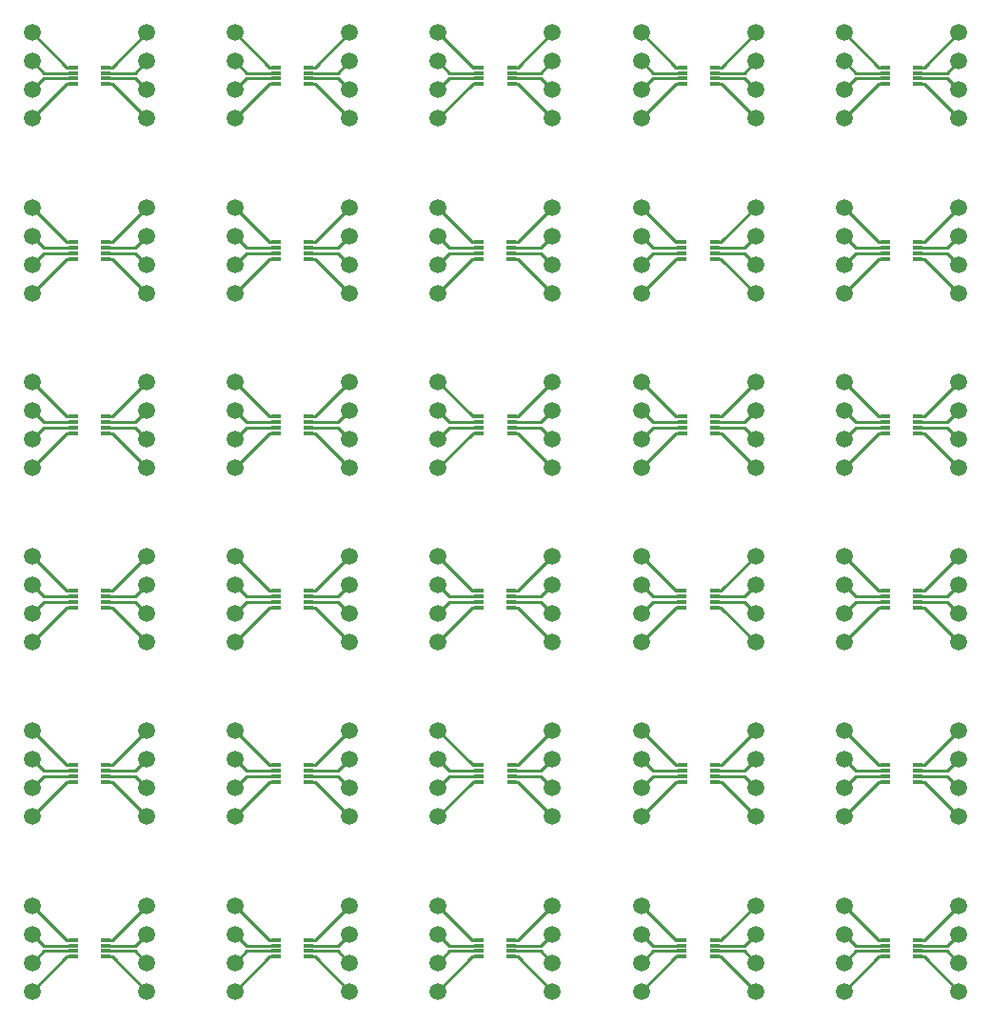
<source format=gtl>
G04 #@! TF.GenerationSoftware,KiCad,Pcbnew,(5.1.10-1-10_14)*
G04 #@! TF.CreationDate,2021-06-11T14:29:54-07:00*
G04 #@! TF.ProjectId,master4.2Vregulator,6d617374-6572-4342-9e32-56726567756c,rev?*
G04 #@! TF.SameCoordinates,Original*
G04 #@! TF.FileFunction,Copper,L1,Top*
G04 #@! TF.FilePolarity,Positive*
%FSLAX46Y46*%
G04 Gerber Fmt 4.6, Leading zero omitted, Abs format (unit mm)*
G04 Created by KiCad (PCBNEW (5.1.10-1-10_14)) date 2021-06-11 14:29:54*
%MOMM*%
%LPD*%
G01*
G04 APERTURE LIST*
G04 #@! TA.AperFunction,ComponentPad*
%ADD10C,1.500000*%
G04 #@! TD*
G04 #@! TA.AperFunction,SMDPad,CuDef*
%ADD11R,0.850000X0.300000*%
G04 #@! TD*
G04 #@! TA.AperFunction,Conductor*
%ADD12C,0.250000*%
G04 #@! TD*
G04 APERTURE END LIST*
D10*
X181080000Y-134730000D03*
X181080000Y-139810000D03*
X181080000Y-137270000D03*
X181080000Y-142350000D03*
X191240000Y-142350000D03*
X191240000Y-139810000D03*
X191240000Y-137270000D03*
X191240000Y-134730000D03*
D11*
X184710000Y-137790000D03*
X184710000Y-138290000D03*
X184710000Y-138790000D03*
X184710000Y-139290000D03*
X187610000Y-139290000D03*
X187610000Y-138790000D03*
X187610000Y-138290000D03*
X187610000Y-137790000D03*
D10*
X163020000Y-134730000D03*
X163020000Y-139810000D03*
X163020000Y-137270000D03*
X163020000Y-142350000D03*
X173180000Y-142350000D03*
X173180000Y-139810000D03*
X173180000Y-137270000D03*
X173180000Y-134730000D03*
D11*
X166650000Y-137790000D03*
X166650000Y-138290000D03*
X166650000Y-138790000D03*
X166650000Y-139290000D03*
X169550000Y-139290000D03*
X169550000Y-138790000D03*
X169550000Y-138290000D03*
X169550000Y-137790000D03*
D10*
X144960000Y-134730000D03*
X144960000Y-139810000D03*
X144960000Y-137270000D03*
X144960000Y-142350000D03*
X155120000Y-142350000D03*
X155120000Y-139810000D03*
X155120000Y-137270000D03*
X155120000Y-134730000D03*
D11*
X148590000Y-137790000D03*
X148590000Y-138290000D03*
X148590000Y-138790000D03*
X148590000Y-139290000D03*
X151490000Y-139290000D03*
X151490000Y-138790000D03*
X151490000Y-138290000D03*
X151490000Y-137790000D03*
D10*
X126900000Y-134730000D03*
X126900000Y-139810000D03*
X126900000Y-137270000D03*
X126900000Y-142350000D03*
X137060000Y-142350000D03*
X137060000Y-139810000D03*
X137060000Y-137270000D03*
X137060000Y-134730000D03*
D11*
X130530000Y-137790000D03*
X130530000Y-138290000D03*
X130530000Y-138790000D03*
X130530000Y-139290000D03*
X133430000Y-139290000D03*
X133430000Y-138790000D03*
X133430000Y-138290000D03*
X133430000Y-137790000D03*
D10*
X108840000Y-134730000D03*
X108840000Y-139810000D03*
X108840000Y-137270000D03*
X108840000Y-142350000D03*
X119000000Y-142350000D03*
X119000000Y-139810000D03*
X119000000Y-137270000D03*
X119000000Y-134730000D03*
D11*
X112470000Y-137790000D03*
X112470000Y-138290000D03*
X112470000Y-138790000D03*
X112470000Y-139290000D03*
X115370000Y-139290000D03*
X115370000Y-138790000D03*
X115370000Y-138290000D03*
X115370000Y-137790000D03*
D10*
X181080000Y-103710000D03*
X181080000Y-108790000D03*
X181080000Y-106250000D03*
X181080000Y-111330000D03*
X191240000Y-111330000D03*
X191240000Y-108790000D03*
X191240000Y-106250000D03*
X191240000Y-103710000D03*
D11*
X184710000Y-106770000D03*
X184710000Y-107270000D03*
X184710000Y-107770000D03*
X184710000Y-108270000D03*
X187610000Y-108270000D03*
X187610000Y-107770000D03*
X187610000Y-107270000D03*
X187610000Y-106770000D03*
D10*
X163020000Y-103710000D03*
X163020000Y-108790000D03*
X163020000Y-106250000D03*
X163020000Y-111330000D03*
X173180000Y-111330000D03*
X173180000Y-108790000D03*
X173180000Y-106250000D03*
X173180000Y-103710000D03*
D11*
X166650000Y-106770000D03*
X166650000Y-107270000D03*
X166650000Y-107770000D03*
X166650000Y-108270000D03*
X169550000Y-108270000D03*
X169550000Y-107770000D03*
X169550000Y-107270000D03*
X169550000Y-106770000D03*
D10*
X144960000Y-103710000D03*
X144960000Y-108790000D03*
X144960000Y-106250000D03*
X144960000Y-111330000D03*
X155120000Y-111330000D03*
X155120000Y-108790000D03*
X155120000Y-106250000D03*
X155120000Y-103710000D03*
D11*
X148590000Y-106770000D03*
X148590000Y-107270000D03*
X148590000Y-107770000D03*
X148590000Y-108270000D03*
X151490000Y-108270000D03*
X151490000Y-107770000D03*
X151490000Y-107270000D03*
X151490000Y-106770000D03*
D10*
X126900000Y-103710000D03*
X126900000Y-108790000D03*
X126900000Y-106250000D03*
X126900000Y-111330000D03*
X137060000Y-111330000D03*
X137060000Y-108790000D03*
X137060000Y-106250000D03*
X137060000Y-103710000D03*
D11*
X130530000Y-106770000D03*
X130530000Y-107270000D03*
X130530000Y-107770000D03*
X130530000Y-108270000D03*
X133430000Y-108270000D03*
X133430000Y-107770000D03*
X133430000Y-107270000D03*
X133430000Y-106770000D03*
D10*
X108840000Y-103710000D03*
X108840000Y-108790000D03*
X108840000Y-106250000D03*
X108840000Y-111330000D03*
X119000000Y-111330000D03*
X119000000Y-108790000D03*
X119000000Y-106250000D03*
X119000000Y-103710000D03*
D11*
X112470000Y-106770000D03*
X112470000Y-107270000D03*
X112470000Y-107770000D03*
X112470000Y-108270000D03*
X115370000Y-108270000D03*
X115370000Y-107770000D03*
X115370000Y-107270000D03*
X115370000Y-106770000D03*
D10*
X181080000Y-72690000D03*
X181080000Y-77770000D03*
X181080000Y-75230000D03*
X181080000Y-80310000D03*
X191240000Y-80310000D03*
X191240000Y-77770000D03*
X191240000Y-75230000D03*
X191240000Y-72690000D03*
D11*
X184710000Y-75750000D03*
X184710000Y-76250000D03*
X184710000Y-76750000D03*
X184710000Y-77250000D03*
X187610000Y-77250000D03*
X187610000Y-76750000D03*
X187610000Y-76250000D03*
X187610000Y-75750000D03*
D10*
X163020000Y-72690000D03*
X163020000Y-77770000D03*
X163020000Y-75230000D03*
X163020000Y-80310000D03*
X173180000Y-80310000D03*
X173180000Y-77770000D03*
X173180000Y-75230000D03*
X173180000Y-72690000D03*
D11*
X166650000Y-75750000D03*
X166650000Y-76250000D03*
X166650000Y-76750000D03*
X166650000Y-77250000D03*
X169550000Y-77250000D03*
X169550000Y-76750000D03*
X169550000Y-76250000D03*
X169550000Y-75750000D03*
D10*
X144960000Y-72690000D03*
X144960000Y-77770000D03*
X144960000Y-75230000D03*
X144960000Y-80310000D03*
X155120000Y-80310000D03*
X155120000Y-77770000D03*
X155120000Y-75230000D03*
X155120000Y-72690000D03*
D11*
X148590000Y-75750000D03*
X148590000Y-76250000D03*
X148590000Y-76750000D03*
X148590000Y-77250000D03*
X151490000Y-77250000D03*
X151490000Y-76750000D03*
X151490000Y-76250000D03*
X151490000Y-75750000D03*
D10*
X126900000Y-72690000D03*
X126900000Y-77770000D03*
X126900000Y-75230000D03*
X126900000Y-80310000D03*
X137060000Y-80310000D03*
X137060000Y-77770000D03*
X137060000Y-75230000D03*
X137060000Y-72690000D03*
D11*
X130530000Y-75750000D03*
X130530000Y-76250000D03*
X130530000Y-76750000D03*
X130530000Y-77250000D03*
X133430000Y-77250000D03*
X133430000Y-76750000D03*
X133430000Y-76250000D03*
X133430000Y-75750000D03*
D10*
X181090000Y-119210000D03*
X181090000Y-121750000D03*
X181090000Y-124290000D03*
X181090000Y-126830000D03*
X191250000Y-126830000D03*
X191250000Y-124290000D03*
X191250000Y-121750000D03*
X191250000Y-119210000D03*
D11*
X187620000Y-122270000D03*
X187620000Y-122770000D03*
X187620000Y-123270000D03*
X187620000Y-123770000D03*
X184720000Y-123770000D03*
X184720000Y-123270000D03*
X184720000Y-122770000D03*
X184720000Y-122270000D03*
D10*
X163030000Y-119210000D03*
X163030000Y-121750000D03*
X163030000Y-124290000D03*
X163030000Y-126830000D03*
X173190000Y-126830000D03*
X173190000Y-124290000D03*
X173190000Y-121750000D03*
X173190000Y-119210000D03*
D11*
X169560000Y-122270000D03*
X169560000Y-122770000D03*
X169560000Y-123270000D03*
X169560000Y-123770000D03*
X166660000Y-123770000D03*
X166660000Y-123270000D03*
X166660000Y-122770000D03*
X166660000Y-122270000D03*
D10*
X144970000Y-119210000D03*
X144970000Y-121750000D03*
X144970000Y-124290000D03*
X144970000Y-126830000D03*
X155130000Y-126830000D03*
X155130000Y-124290000D03*
X155130000Y-121750000D03*
X155130000Y-119210000D03*
D11*
X151500000Y-122270000D03*
X151500000Y-122770000D03*
X151500000Y-123270000D03*
X151500000Y-123770000D03*
X148600000Y-123770000D03*
X148600000Y-123270000D03*
X148600000Y-122770000D03*
X148600000Y-122270000D03*
D10*
X126910000Y-119210000D03*
X126910000Y-121750000D03*
X126910000Y-124290000D03*
X126910000Y-126830000D03*
X137070000Y-126830000D03*
X137070000Y-124290000D03*
X137070000Y-121750000D03*
X137070000Y-119210000D03*
D11*
X133440000Y-122270000D03*
X133440000Y-122770000D03*
X133440000Y-123270000D03*
X133440000Y-123770000D03*
X130540000Y-123770000D03*
X130540000Y-123270000D03*
X130540000Y-122770000D03*
X130540000Y-122270000D03*
D10*
X108850000Y-119210000D03*
X108850000Y-121750000D03*
X108850000Y-124290000D03*
X108850000Y-126830000D03*
X119010000Y-126830000D03*
X119010000Y-124290000D03*
X119010000Y-121750000D03*
X119010000Y-119210000D03*
D11*
X115380000Y-122270000D03*
X115380000Y-122770000D03*
X115380000Y-123270000D03*
X115380000Y-123770000D03*
X112480000Y-123770000D03*
X112480000Y-123270000D03*
X112480000Y-122770000D03*
X112480000Y-122270000D03*
D10*
X181090000Y-88190000D03*
X181090000Y-90730000D03*
X181090000Y-93270000D03*
X181090000Y-95810000D03*
X191250000Y-95810000D03*
X191250000Y-93270000D03*
X191250000Y-90730000D03*
X191250000Y-88190000D03*
D11*
X187620000Y-91250000D03*
X187620000Y-91750000D03*
X187620000Y-92250000D03*
X187620000Y-92750000D03*
X184720000Y-92750000D03*
X184720000Y-92250000D03*
X184720000Y-91750000D03*
X184720000Y-91250000D03*
D10*
X163030000Y-88190000D03*
X163030000Y-90730000D03*
X163030000Y-93270000D03*
X163030000Y-95810000D03*
X173190000Y-95810000D03*
X173190000Y-93270000D03*
X173190000Y-90730000D03*
X173190000Y-88190000D03*
D11*
X169560000Y-91250000D03*
X169560000Y-91750000D03*
X169560000Y-92250000D03*
X169560000Y-92750000D03*
X166660000Y-92750000D03*
X166660000Y-92250000D03*
X166660000Y-91750000D03*
X166660000Y-91250000D03*
D10*
X144970000Y-88190000D03*
X144970000Y-90730000D03*
X144970000Y-93270000D03*
X144970000Y-95810000D03*
X155130000Y-95810000D03*
X155130000Y-93270000D03*
X155130000Y-90730000D03*
X155130000Y-88190000D03*
D11*
X151500000Y-91250000D03*
X151500000Y-91750000D03*
X151500000Y-92250000D03*
X151500000Y-92750000D03*
X148600000Y-92750000D03*
X148600000Y-92250000D03*
X148600000Y-91750000D03*
X148600000Y-91250000D03*
D10*
X126910000Y-88190000D03*
X126910000Y-90730000D03*
X126910000Y-93270000D03*
X126910000Y-95810000D03*
X137070000Y-95810000D03*
X137070000Y-93270000D03*
X137070000Y-90730000D03*
X137070000Y-88190000D03*
D11*
X133440000Y-91250000D03*
X133440000Y-91750000D03*
X133440000Y-92250000D03*
X133440000Y-92750000D03*
X130540000Y-92750000D03*
X130540000Y-92250000D03*
X130540000Y-91750000D03*
X130540000Y-91250000D03*
D10*
X108850000Y-88190000D03*
X108850000Y-90730000D03*
X108850000Y-93270000D03*
X108850000Y-95810000D03*
X119010000Y-95810000D03*
X119010000Y-93270000D03*
X119010000Y-90730000D03*
X119010000Y-88190000D03*
D11*
X115380000Y-91250000D03*
X115380000Y-91750000D03*
X115380000Y-92250000D03*
X115380000Y-92750000D03*
X112480000Y-92750000D03*
X112480000Y-92250000D03*
X112480000Y-91750000D03*
X112480000Y-91250000D03*
D10*
X181090000Y-57170000D03*
X181090000Y-59710000D03*
X181090000Y-62250000D03*
X181090000Y-64790000D03*
X191250000Y-64790000D03*
X191250000Y-62250000D03*
X191250000Y-59710000D03*
X191250000Y-57170000D03*
D11*
X187620000Y-60230000D03*
X187620000Y-60730000D03*
X187620000Y-61230000D03*
X187620000Y-61730000D03*
X184720000Y-61730000D03*
X184720000Y-61230000D03*
X184720000Y-60730000D03*
X184720000Y-60230000D03*
D10*
X163030000Y-57170000D03*
X163030000Y-59710000D03*
X163030000Y-62250000D03*
X163030000Y-64790000D03*
X173190000Y-64790000D03*
X173190000Y-62250000D03*
X173190000Y-59710000D03*
X173190000Y-57170000D03*
D11*
X169560000Y-60230000D03*
X169560000Y-60730000D03*
X169560000Y-61230000D03*
X169560000Y-61730000D03*
X166660000Y-61730000D03*
X166660000Y-61230000D03*
X166660000Y-60730000D03*
X166660000Y-60230000D03*
D10*
X144970000Y-57170000D03*
X144970000Y-59710000D03*
X144970000Y-62250000D03*
X144970000Y-64790000D03*
X155130000Y-64790000D03*
X155130000Y-62250000D03*
X155130000Y-59710000D03*
X155130000Y-57170000D03*
D11*
X151500000Y-60230000D03*
X151500000Y-60730000D03*
X151500000Y-61230000D03*
X151500000Y-61730000D03*
X148600000Y-61730000D03*
X148600000Y-61230000D03*
X148600000Y-60730000D03*
X148600000Y-60230000D03*
D10*
X126910000Y-57170000D03*
X126910000Y-59710000D03*
X126910000Y-62250000D03*
X126910000Y-64790000D03*
X137070000Y-64790000D03*
X137070000Y-62250000D03*
X137070000Y-59710000D03*
X137070000Y-57170000D03*
D11*
X133440000Y-60230000D03*
X133440000Y-60730000D03*
X133440000Y-61230000D03*
X133440000Y-61730000D03*
X130540000Y-61730000D03*
X130540000Y-61230000D03*
X130540000Y-60730000D03*
X130540000Y-60230000D03*
X112480000Y-60230000D03*
X112480000Y-60730000D03*
X112480000Y-61230000D03*
X112480000Y-61730000D03*
X115380000Y-61730000D03*
X115380000Y-61230000D03*
X115380000Y-60730000D03*
X115380000Y-60230000D03*
D10*
X119010000Y-57170000D03*
X119010000Y-59710000D03*
X119010000Y-62250000D03*
X119010000Y-64790000D03*
X108850000Y-64790000D03*
X108850000Y-62250000D03*
X108850000Y-59710000D03*
X108850000Y-57170000D03*
D11*
X115370000Y-75750000D03*
X115370000Y-76250000D03*
X115370000Y-76750000D03*
X115370000Y-77250000D03*
X112470000Y-77250000D03*
X112470000Y-76750000D03*
X112470000Y-76250000D03*
X112470000Y-75750000D03*
D10*
X119000000Y-72690000D03*
X119000000Y-75230000D03*
X119000000Y-77770000D03*
X119000000Y-80310000D03*
X108840000Y-80310000D03*
X108840000Y-75230000D03*
X108840000Y-77770000D03*
X108840000Y-72690000D03*
D12*
X112470000Y-76250000D02*
X109860000Y-76250000D01*
X115370000Y-76250000D02*
X117980000Y-76250000D01*
X109860000Y-76250000D02*
X108840000Y-75230000D01*
X109860000Y-76750000D02*
X108840000Y-77770000D01*
X111900000Y-77250000D02*
X108840000Y-80310000D01*
X115370000Y-76750000D02*
X117980000Y-76750000D01*
X112470000Y-76750000D02*
X109860000Y-76750000D01*
X111900000Y-75750000D02*
X108840000Y-72690000D01*
X115370000Y-75750000D02*
X115940000Y-75750000D01*
X115940000Y-75750000D02*
X119000000Y-72690000D01*
X115940000Y-77250000D02*
X119000000Y-80310000D01*
X115370000Y-77250000D02*
X115940000Y-77250000D01*
X112470000Y-77250000D02*
X111900000Y-77250000D01*
X117980000Y-76750000D02*
X119000000Y-77770000D01*
X117980000Y-76250000D02*
X119000000Y-75230000D01*
X112470000Y-75750000D02*
X111900000Y-75750000D01*
X115380000Y-61230000D02*
X117990000Y-61230000D01*
X109870000Y-61230000D02*
X108850000Y-62250000D01*
X115380000Y-60230000D02*
X115950000Y-60230000D01*
X115950000Y-60230000D02*
X119010000Y-57170000D01*
X115380000Y-61730000D02*
X115950000Y-61730000D01*
X112480000Y-61730000D02*
X111910000Y-61730000D01*
X117990000Y-61230000D02*
X119010000Y-62250000D01*
X115950000Y-61730000D02*
X119010000Y-64790000D01*
X109870000Y-60730000D02*
X108850000Y-59710000D01*
X115380000Y-60730000D02*
X117990000Y-60730000D01*
X117990000Y-60730000D02*
X119010000Y-59710000D01*
X112480000Y-60230000D02*
X111910000Y-60230000D01*
X111910000Y-61730000D02*
X108850000Y-64790000D01*
X112480000Y-60730000D02*
X109870000Y-60730000D01*
X112480000Y-61230000D02*
X109870000Y-61230000D01*
X111910000Y-60230000D02*
X108850000Y-57170000D01*
X130540000Y-60230000D02*
X129970000Y-60230000D01*
X148600000Y-60230000D02*
X148030000Y-60230000D01*
X166660000Y-60230000D02*
X166090000Y-60230000D01*
X184720000Y-60230000D02*
X184150000Y-60230000D01*
X112480000Y-91250000D02*
X111910000Y-91250000D01*
X130540000Y-91250000D02*
X129970000Y-91250000D01*
X148600000Y-91250000D02*
X148030000Y-91250000D01*
X166660000Y-91250000D02*
X166090000Y-91250000D01*
X184720000Y-91250000D02*
X184150000Y-91250000D01*
X112480000Y-122270000D02*
X111910000Y-122270000D01*
X130540000Y-122270000D02*
X129970000Y-122270000D01*
X148600000Y-122270000D02*
X148030000Y-122270000D01*
X166660000Y-122270000D02*
X166090000Y-122270000D01*
X184720000Y-122270000D02*
X184150000Y-122270000D01*
X129960000Y-75750000D02*
X126900000Y-72690000D01*
X148020000Y-75750000D02*
X144960000Y-72690000D01*
X166080000Y-75750000D02*
X163020000Y-72690000D01*
X184140000Y-75750000D02*
X181080000Y-72690000D01*
X111900000Y-106770000D02*
X108840000Y-103710000D01*
X129960000Y-106770000D02*
X126900000Y-103710000D01*
X148020000Y-106770000D02*
X144960000Y-103710000D01*
X166080000Y-106770000D02*
X163020000Y-103710000D01*
X184140000Y-106770000D02*
X181080000Y-103710000D01*
X111900000Y-137790000D02*
X108840000Y-134730000D01*
X129960000Y-137790000D02*
X126900000Y-134730000D01*
X148020000Y-137790000D02*
X144960000Y-134730000D01*
X166080000Y-137790000D02*
X163020000Y-134730000D01*
X184140000Y-137790000D02*
X181080000Y-134730000D01*
X130540000Y-61230000D02*
X127930000Y-61230000D01*
X148600000Y-61230000D02*
X145990000Y-61230000D01*
X166660000Y-61230000D02*
X164050000Y-61230000D01*
X184720000Y-61230000D02*
X182110000Y-61230000D01*
X112480000Y-92250000D02*
X109870000Y-92250000D01*
X130540000Y-92250000D02*
X127930000Y-92250000D01*
X148600000Y-92250000D02*
X145990000Y-92250000D01*
X166660000Y-92250000D02*
X164050000Y-92250000D01*
X184720000Y-92250000D02*
X182110000Y-92250000D01*
X112480000Y-123270000D02*
X109870000Y-123270000D01*
X130540000Y-123270000D02*
X127930000Y-123270000D01*
X148600000Y-123270000D02*
X145990000Y-123270000D01*
X166660000Y-123270000D02*
X164050000Y-123270000D01*
X184720000Y-123270000D02*
X182110000Y-123270000D01*
X127920000Y-76250000D02*
X126900000Y-75230000D01*
X145980000Y-76250000D02*
X144960000Y-75230000D01*
X164040000Y-76250000D02*
X163020000Y-75230000D01*
X182100000Y-76250000D02*
X181080000Y-75230000D01*
X109860000Y-107270000D02*
X108840000Y-106250000D01*
X127920000Y-107270000D02*
X126900000Y-106250000D01*
X145980000Y-107270000D02*
X144960000Y-106250000D01*
X164040000Y-107270000D02*
X163020000Y-106250000D01*
X182100000Y-107270000D02*
X181080000Y-106250000D01*
X109860000Y-138290000D02*
X108840000Y-137270000D01*
X127920000Y-138290000D02*
X126900000Y-137270000D01*
X145980000Y-138290000D02*
X144960000Y-137270000D01*
X164040000Y-138290000D02*
X163020000Y-137270000D01*
X182100000Y-138290000D02*
X181080000Y-137270000D01*
X134000000Y-77250000D02*
X137060000Y-80310000D01*
X152060000Y-77250000D02*
X155120000Y-80310000D01*
X170120000Y-77250000D02*
X173180000Y-80310000D01*
X188180000Y-77250000D02*
X191240000Y-80310000D01*
X115940000Y-108270000D02*
X119000000Y-111330000D01*
X134000000Y-108270000D02*
X137060000Y-111330000D01*
X152060000Y-108270000D02*
X155120000Y-111330000D01*
X170120000Y-108270000D02*
X173180000Y-111330000D01*
X188180000Y-108270000D02*
X191240000Y-111330000D01*
X115940000Y-139290000D02*
X119000000Y-142350000D01*
X134000000Y-139290000D02*
X137060000Y-142350000D01*
X152060000Y-139290000D02*
X155120000Y-142350000D01*
X170120000Y-139290000D02*
X173180000Y-142350000D01*
X188180000Y-139290000D02*
X191240000Y-142350000D01*
X129960000Y-77250000D02*
X126900000Y-80310000D01*
X148020000Y-77250000D02*
X144960000Y-80310000D01*
X166080000Y-77250000D02*
X163020000Y-80310000D01*
X184140000Y-77250000D02*
X181080000Y-80310000D01*
X111900000Y-108270000D02*
X108840000Y-111330000D01*
X129960000Y-108270000D02*
X126900000Y-111330000D01*
X148020000Y-108270000D02*
X144960000Y-111330000D01*
X166080000Y-108270000D02*
X163020000Y-111330000D01*
X184140000Y-108270000D02*
X181080000Y-111330000D01*
X111900000Y-139290000D02*
X108840000Y-142350000D01*
X129960000Y-139290000D02*
X126900000Y-142350000D01*
X148020000Y-139290000D02*
X144960000Y-142350000D01*
X166080000Y-139290000D02*
X163020000Y-142350000D01*
X184140000Y-139290000D02*
X181080000Y-142350000D01*
X127930000Y-61230000D02*
X126910000Y-62250000D01*
X145990000Y-61230000D02*
X144970000Y-62250000D01*
X164050000Y-61230000D02*
X163030000Y-62250000D01*
X182110000Y-61230000D02*
X181090000Y-62250000D01*
X109870000Y-92250000D02*
X108850000Y-93270000D01*
X127930000Y-92250000D02*
X126910000Y-93270000D01*
X145990000Y-92250000D02*
X144970000Y-93270000D01*
X164050000Y-92250000D02*
X163030000Y-93270000D01*
X182110000Y-92250000D02*
X181090000Y-93270000D01*
X109870000Y-123270000D02*
X108850000Y-124290000D01*
X127930000Y-123270000D02*
X126910000Y-124290000D01*
X145990000Y-123270000D02*
X144970000Y-124290000D01*
X164050000Y-123270000D02*
X163030000Y-124290000D01*
X182110000Y-123270000D02*
X181090000Y-124290000D01*
X130540000Y-61730000D02*
X129970000Y-61730000D01*
X148600000Y-61730000D02*
X148030000Y-61730000D01*
X166660000Y-61730000D02*
X166090000Y-61730000D01*
X184720000Y-61730000D02*
X184150000Y-61730000D01*
X112480000Y-92750000D02*
X111910000Y-92750000D01*
X130540000Y-92750000D02*
X129970000Y-92750000D01*
X148600000Y-92750000D02*
X148030000Y-92750000D01*
X166660000Y-92750000D02*
X166090000Y-92750000D01*
X184720000Y-92750000D02*
X184150000Y-92750000D01*
X112480000Y-123770000D02*
X111910000Y-123770000D01*
X130540000Y-123770000D02*
X129970000Y-123770000D01*
X148600000Y-123770000D02*
X148030000Y-123770000D01*
X166660000Y-123770000D02*
X166090000Y-123770000D01*
X184720000Y-123770000D02*
X184150000Y-123770000D01*
X130540000Y-60730000D02*
X127930000Y-60730000D01*
X148600000Y-60730000D02*
X145990000Y-60730000D01*
X166660000Y-60730000D02*
X164050000Y-60730000D01*
X184720000Y-60730000D02*
X182110000Y-60730000D01*
X112480000Y-91750000D02*
X109870000Y-91750000D01*
X130540000Y-91750000D02*
X127930000Y-91750000D01*
X148600000Y-91750000D02*
X145990000Y-91750000D01*
X166660000Y-91750000D02*
X164050000Y-91750000D01*
X184720000Y-91750000D02*
X182110000Y-91750000D01*
X112480000Y-122770000D02*
X109870000Y-122770000D01*
X130540000Y-122770000D02*
X127930000Y-122770000D01*
X148600000Y-122770000D02*
X145990000Y-122770000D01*
X166660000Y-122770000D02*
X164050000Y-122770000D01*
X184720000Y-122770000D02*
X182110000Y-122770000D01*
X127920000Y-76750000D02*
X126900000Y-77770000D01*
X145980000Y-76750000D02*
X144960000Y-77770000D01*
X164040000Y-76750000D02*
X163020000Y-77770000D01*
X182100000Y-76750000D02*
X181080000Y-77770000D01*
X109860000Y-107770000D02*
X108840000Y-108790000D01*
X127920000Y-107770000D02*
X126900000Y-108790000D01*
X145980000Y-107770000D02*
X144960000Y-108790000D01*
X164040000Y-107770000D02*
X163020000Y-108790000D01*
X182100000Y-107770000D02*
X181080000Y-108790000D01*
X109860000Y-138790000D02*
X108840000Y-139810000D01*
X127920000Y-138790000D02*
X126900000Y-139810000D01*
X145980000Y-138790000D02*
X144960000Y-139810000D01*
X164040000Y-138790000D02*
X163020000Y-139810000D01*
X182100000Y-138790000D02*
X181080000Y-139810000D01*
X134010000Y-61730000D02*
X137070000Y-64790000D01*
X152070000Y-61730000D02*
X155130000Y-64790000D01*
X170130000Y-61730000D02*
X173190000Y-64790000D01*
X188190000Y-61730000D02*
X191250000Y-64790000D01*
X115950000Y-92750000D02*
X119010000Y-95810000D01*
X134010000Y-92750000D02*
X137070000Y-95810000D01*
X152070000Y-92750000D02*
X155130000Y-95810000D01*
X170130000Y-92750000D02*
X173190000Y-95810000D01*
X188190000Y-92750000D02*
X191250000Y-95810000D01*
X115950000Y-123770000D02*
X119010000Y-126830000D01*
X134010000Y-123770000D02*
X137070000Y-126830000D01*
X152070000Y-123770000D02*
X155130000Y-126830000D01*
X170130000Y-123770000D02*
X173190000Y-126830000D01*
X188190000Y-123770000D02*
X191250000Y-126830000D01*
X136040000Y-76750000D02*
X137060000Y-77770000D01*
X154100000Y-76750000D02*
X155120000Y-77770000D01*
X172160000Y-76750000D02*
X173180000Y-77770000D01*
X190220000Y-76750000D02*
X191240000Y-77770000D01*
X117980000Y-107770000D02*
X119000000Y-108790000D01*
X136040000Y-107770000D02*
X137060000Y-108790000D01*
X154100000Y-107770000D02*
X155120000Y-108790000D01*
X172160000Y-107770000D02*
X173180000Y-108790000D01*
X190220000Y-107770000D02*
X191240000Y-108790000D01*
X117980000Y-138790000D02*
X119000000Y-139810000D01*
X136040000Y-138790000D02*
X137060000Y-139810000D01*
X154100000Y-138790000D02*
X155120000Y-139810000D01*
X172160000Y-138790000D02*
X173180000Y-139810000D01*
X190220000Y-138790000D02*
X191240000Y-139810000D01*
X133440000Y-60230000D02*
X134010000Y-60230000D01*
X151500000Y-60230000D02*
X152070000Y-60230000D01*
X169560000Y-60230000D02*
X170130000Y-60230000D01*
X187620000Y-60230000D02*
X188190000Y-60230000D01*
X115380000Y-91250000D02*
X115950000Y-91250000D01*
X133440000Y-91250000D02*
X134010000Y-91250000D01*
X151500000Y-91250000D02*
X152070000Y-91250000D01*
X169560000Y-91250000D02*
X170130000Y-91250000D01*
X187620000Y-91250000D02*
X188190000Y-91250000D01*
X115380000Y-122270000D02*
X115950000Y-122270000D01*
X133440000Y-122270000D02*
X134010000Y-122270000D01*
X151500000Y-122270000D02*
X152070000Y-122270000D01*
X169560000Y-122270000D02*
X170130000Y-122270000D01*
X187620000Y-122270000D02*
X188190000Y-122270000D01*
X129970000Y-60230000D02*
X126910000Y-57170000D01*
X148030000Y-60230000D02*
X144970000Y-57170000D01*
X166090000Y-60230000D02*
X163030000Y-57170000D01*
X184150000Y-60230000D02*
X181090000Y-57170000D01*
X111910000Y-91250000D02*
X108850000Y-88190000D01*
X129970000Y-91250000D02*
X126910000Y-88190000D01*
X148030000Y-91250000D02*
X144970000Y-88190000D01*
X166090000Y-91250000D02*
X163030000Y-88190000D01*
X184150000Y-91250000D02*
X181090000Y-88190000D01*
X111910000Y-122270000D02*
X108850000Y-119210000D01*
X129970000Y-122270000D02*
X126910000Y-119210000D01*
X148030000Y-122270000D02*
X144970000Y-119210000D01*
X166090000Y-122270000D02*
X163030000Y-119210000D01*
X184150000Y-122270000D02*
X181090000Y-119210000D01*
X133430000Y-76750000D02*
X136040000Y-76750000D01*
X151490000Y-76750000D02*
X154100000Y-76750000D01*
X169550000Y-76750000D02*
X172160000Y-76750000D01*
X187610000Y-76750000D02*
X190220000Y-76750000D01*
X115370000Y-107770000D02*
X117980000Y-107770000D01*
X133430000Y-107770000D02*
X136040000Y-107770000D01*
X151490000Y-107770000D02*
X154100000Y-107770000D01*
X169550000Y-107770000D02*
X172160000Y-107770000D01*
X187610000Y-107770000D02*
X190220000Y-107770000D01*
X115370000Y-138790000D02*
X117980000Y-138790000D01*
X133430000Y-138790000D02*
X136040000Y-138790000D01*
X151490000Y-138790000D02*
X154100000Y-138790000D01*
X169550000Y-138790000D02*
X172160000Y-138790000D01*
X187610000Y-138790000D02*
X190220000Y-138790000D01*
X134000000Y-75750000D02*
X137060000Y-72690000D01*
X152060000Y-75750000D02*
X155120000Y-72690000D01*
X170120000Y-75750000D02*
X173180000Y-72690000D01*
X188180000Y-75750000D02*
X191240000Y-72690000D01*
X115940000Y-106770000D02*
X119000000Y-103710000D01*
X134000000Y-106770000D02*
X137060000Y-103710000D01*
X152060000Y-106770000D02*
X155120000Y-103710000D01*
X170120000Y-106770000D02*
X173180000Y-103710000D01*
X188180000Y-106770000D02*
X191240000Y-103710000D01*
X115940000Y-137790000D02*
X119000000Y-134730000D01*
X134000000Y-137790000D02*
X137060000Y-134730000D01*
X152060000Y-137790000D02*
X155120000Y-134730000D01*
X170120000Y-137790000D02*
X173180000Y-134730000D01*
X188180000Y-137790000D02*
X191240000Y-134730000D01*
X133430000Y-77250000D02*
X134000000Y-77250000D01*
X151490000Y-77250000D02*
X152060000Y-77250000D01*
X169550000Y-77250000D02*
X170120000Y-77250000D01*
X187610000Y-77250000D02*
X188180000Y-77250000D01*
X115370000Y-108270000D02*
X115940000Y-108270000D01*
X133430000Y-108270000D02*
X134000000Y-108270000D01*
X151490000Y-108270000D02*
X152060000Y-108270000D01*
X169550000Y-108270000D02*
X170120000Y-108270000D01*
X187610000Y-108270000D02*
X188180000Y-108270000D01*
X115370000Y-139290000D02*
X115940000Y-139290000D01*
X133430000Y-139290000D02*
X134000000Y-139290000D01*
X151490000Y-139290000D02*
X152060000Y-139290000D01*
X169550000Y-139290000D02*
X170120000Y-139290000D01*
X187610000Y-139290000D02*
X188180000Y-139290000D01*
X130530000Y-76250000D02*
X127920000Y-76250000D01*
X148590000Y-76250000D02*
X145980000Y-76250000D01*
X166650000Y-76250000D02*
X164040000Y-76250000D01*
X184710000Y-76250000D02*
X182100000Y-76250000D01*
X112470000Y-107270000D02*
X109860000Y-107270000D01*
X130530000Y-107270000D02*
X127920000Y-107270000D01*
X148590000Y-107270000D02*
X145980000Y-107270000D01*
X166650000Y-107270000D02*
X164040000Y-107270000D01*
X184710000Y-107270000D02*
X182100000Y-107270000D01*
X112470000Y-138290000D02*
X109860000Y-138290000D01*
X130530000Y-138290000D02*
X127920000Y-138290000D01*
X148590000Y-138290000D02*
X145980000Y-138290000D01*
X166650000Y-138290000D02*
X164040000Y-138290000D01*
X184710000Y-138290000D02*
X182100000Y-138290000D01*
X133430000Y-75750000D02*
X134000000Y-75750000D01*
X151490000Y-75750000D02*
X152060000Y-75750000D01*
X169550000Y-75750000D02*
X170120000Y-75750000D01*
X187610000Y-75750000D02*
X188180000Y-75750000D01*
X115370000Y-106770000D02*
X115940000Y-106770000D01*
X133430000Y-106770000D02*
X134000000Y-106770000D01*
X151490000Y-106770000D02*
X152060000Y-106770000D01*
X169550000Y-106770000D02*
X170120000Y-106770000D01*
X187610000Y-106770000D02*
X188180000Y-106770000D01*
X115370000Y-137790000D02*
X115940000Y-137790000D01*
X133430000Y-137790000D02*
X134000000Y-137790000D01*
X151490000Y-137790000D02*
X152060000Y-137790000D01*
X169550000Y-137790000D02*
X170120000Y-137790000D01*
X187610000Y-137790000D02*
X188180000Y-137790000D01*
X136040000Y-76250000D02*
X137060000Y-75230000D01*
X154100000Y-76250000D02*
X155120000Y-75230000D01*
X172160000Y-76250000D02*
X173180000Y-75230000D01*
X190220000Y-76250000D02*
X191240000Y-75230000D01*
X117980000Y-107270000D02*
X119000000Y-106250000D01*
X136040000Y-107270000D02*
X137060000Y-106250000D01*
X154100000Y-107270000D02*
X155120000Y-106250000D01*
X172160000Y-107270000D02*
X173180000Y-106250000D01*
X190220000Y-107270000D02*
X191240000Y-106250000D01*
X117980000Y-138290000D02*
X119000000Y-137270000D01*
X136040000Y-138290000D02*
X137060000Y-137270000D01*
X154100000Y-138290000D02*
X155120000Y-137270000D01*
X172160000Y-138290000D02*
X173180000Y-137270000D01*
X190220000Y-138290000D02*
X191240000Y-137270000D01*
X133440000Y-61230000D02*
X136050000Y-61230000D01*
X151500000Y-61230000D02*
X154110000Y-61230000D01*
X169560000Y-61230000D02*
X172170000Y-61230000D01*
X187620000Y-61230000D02*
X190230000Y-61230000D01*
X115380000Y-92250000D02*
X117990000Y-92250000D01*
X133440000Y-92250000D02*
X136050000Y-92250000D01*
X151500000Y-92250000D02*
X154110000Y-92250000D01*
X169560000Y-92250000D02*
X172170000Y-92250000D01*
X187620000Y-92250000D02*
X190230000Y-92250000D01*
X115380000Y-123270000D02*
X117990000Y-123270000D01*
X133440000Y-123270000D02*
X136050000Y-123270000D01*
X151500000Y-123270000D02*
X154110000Y-123270000D01*
X169560000Y-123270000D02*
X172170000Y-123270000D01*
X187620000Y-123270000D02*
X190230000Y-123270000D01*
X134010000Y-60230000D02*
X137070000Y-57170000D01*
X152070000Y-60230000D02*
X155130000Y-57170000D01*
X170130000Y-60230000D02*
X173190000Y-57170000D01*
X188190000Y-60230000D02*
X191250000Y-57170000D01*
X115950000Y-91250000D02*
X119010000Y-88190000D01*
X134010000Y-91250000D02*
X137070000Y-88190000D01*
X152070000Y-91250000D02*
X155130000Y-88190000D01*
X170130000Y-91250000D02*
X173190000Y-88190000D01*
X188190000Y-91250000D02*
X191250000Y-88190000D01*
X115950000Y-122270000D02*
X119010000Y-119210000D01*
X134010000Y-122270000D02*
X137070000Y-119210000D01*
X152070000Y-122270000D02*
X155130000Y-119210000D01*
X170130000Y-122270000D02*
X173190000Y-119210000D01*
X188190000Y-122270000D02*
X191250000Y-119210000D01*
X136050000Y-61230000D02*
X137070000Y-62250000D01*
X154110000Y-61230000D02*
X155130000Y-62250000D01*
X172170000Y-61230000D02*
X173190000Y-62250000D01*
X190230000Y-61230000D02*
X191250000Y-62250000D01*
X117990000Y-92250000D02*
X119010000Y-93270000D01*
X136050000Y-92250000D02*
X137070000Y-93270000D01*
X154110000Y-92250000D02*
X155130000Y-93270000D01*
X172170000Y-92250000D02*
X173190000Y-93270000D01*
X190230000Y-92250000D02*
X191250000Y-93270000D01*
X117990000Y-123270000D02*
X119010000Y-124290000D01*
X136050000Y-123270000D02*
X137070000Y-124290000D01*
X154110000Y-123270000D02*
X155130000Y-124290000D01*
X172170000Y-123270000D02*
X173190000Y-124290000D01*
X190230000Y-123270000D02*
X191250000Y-124290000D01*
X133440000Y-61730000D02*
X134010000Y-61730000D01*
X151500000Y-61730000D02*
X152070000Y-61730000D01*
X169560000Y-61730000D02*
X170130000Y-61730000D01*
X187620000Y-61730000D02*
X188190000Y-61730000D01*
X115380000Y-92750000D02*
X115950000Y-92750000D01*
X133440000Y-92750000D02*
X134010000Y-92750000D01*
X151500000Y-92750000D02*
X152070000Y-92750000D01*
X169560000Y-92750000D02*
X170130000Y-92750000D01*
X187620000Y-92750000D02*
X188190000Y-92750000D01*
X115380000Y-123770000D02*
X115950000Y-123770000D01*
X133440000Y-123770000D02*
X134010000Y-123770000D01*
X151500000Y-123770000D02*
X152070000Y-123770000D01*
X169560000Y-123770000D02*
X170130000Y-123770000D01*
X187620000Y-123770000D02*
X188190000Y-123770000D01*
X130530000Y-76750000D02*
X127920000Y-76750000D01*
X148590000Y-76750000D02*
X145980000Y-76750000D01*
X166650000Y-76750000D02*
X164040000Y-76750000D01*
X184710000Y-76750000D02*
X182100000Y-76750000D01*
X112470000Y-107770000D02*
X109860000Y-107770000D01*
X130530000Y-107770000D02*
X127920000Y-107770000D01*
X148590000Y-107770000D02*
X145980000Y-107770000D01*
X166650000Y-107770000D02*
X164040000Y-107770000D01*
X184710000Y-107770000D02*
X182100000Y-107770000D01*
X112470000Y-138790000D02*
X109860000Y-138790000D01*
X130530000Y-138790000D02*
X127920000Y-138790000D01*
X148590000Y-138790000D02*
X145980000Y-138790000D01*
X166650000Y-138790000D02*
X164040000Y-138790000D01*
X184710000Y-138790000D02*
X182100000Y-138790000D01*
X127930000Y-60730000D02*
X126910000Y-59710000D01*
X145990000Y-60730000D02*
X144970000Y-59710000D01*
X164050000Y-60730000D02*
X163030000Y-59710000D01*
X182110000Y-60730000D02*
X181090000Y-59710000D01*
X109870000Y-91750000D02*
X108850000Y-90730000D01*
X127930000Y-91750000D02*
X126910000Y-90730000D01*
X145990000Y-91750000D02*
X144970000Y-90730000D01*
X164050000Y-91750000D02*
X163030000Y-90730000D01*
X182110000Y-91750000D02*
X181090000Y-90730000D01*
X109870000Y-122770000D02*
X108850000Y-121750000D01*
X127930000Y-122770000D02*
X126910000Y-121750000D01*
X145990000Y-122770000D02*
X144970000Y-121750000D01*
X164050000Y-122770000D02*
X163030000Y-121750000D01*
X182110000Y-122770000D02*
X181090000Y-121750000D01*
X133440000Y-60730000D02*
X136050000Y-60730000D01*
X151500000Y-60730000D02*
X154110000Y-60730000D01*
X169560000Y-60730000D02*
X172170000Y-60730000D01*
X187620000Y-60730000D02*
X190230000Y-60730000D01*
X115380000Y-91750000D02*
X117990000Y-91750000D01*
X133440000Y-91750000D02*
X136050000Y-91750000D01*
X151500000Y-91750000D02*
X154110000Y-91750000D01*
X169560000Y-91750000D02*
X172170000Y-91750000D01*
X187620000Y-91750000D02*
X190230000Y-91750000D01*
X115380000Y-122770000D02*
X117990000Y-122770000D01*
X133440000Y-122770000D02*
X136050000Y-122770000D01*
X151500000Y-122770000D02*
X154110000Y-122770000D01*
X169560000Y-122770000D02*
X172170000Y-122770000D01*
X187620000Y-122770000D02*
X190230000Y-122770000D01*
X133430000Y-76250000D02*
X136040000Y-76250000D01*
X151490000Y-76250000D02*
X154100000Y-76250000D01*
X169550000Y-76250000D02*
X172160000Y-76250000D01*
X187610000Y-76250000D02*
X190220000Y-76250000D01*
X115370000Y-107270000D02*
X117980000Y-107270000D01*
X133430000Y-107270000D02*
X136040000Y-107270000D01*
X151490000Y-107270000D02*
X154100000Y-107270000D01*
X169550000Y-107270000D02*
X172160000Y-107270000D01*
X187610000Y-107270000D02*
X190220000Y-107270000D01*
X115370000Y-138290000D02*
X117980000Y-138290000D01*
X133430000Y-138290000D02*
X136040000Y-138290000D01*
X151490000Y-138290000D02*
X154100000Y-138290000D01*
X169550000Y-138290000D02*
X172160000Y-138290000D01*
X187610000Y-138290000D02*
X190220000Y-138290000D01*
X136050000Y-60730000D02*
X137070000Y-59710000D01*
X154110000Y-60730000D02*
X155130000Y-59710000D01*
X172170000Y-60730000D02*
X173190000Y-59710000D01*
X190230000Y-60730000D02*
X191250000Y-59710000D01*
X117990000Y-91750000D02*
X119010000Y-90730000D01*
X136050000Y-91750000D02*
X137070000Y-90730000D01*
X154110000Y-91750000D02*
X155130000Y-90730000D01*
X172170000Y-91750000D02*
X173190000Y-90730000D01*
X190230000Y-91750000D02*
X191250000Y-90730000D01*
X117990000Y-122770000D02*
X119010000Y-121750000D01*
X136050000Y-122770000D02*
X137070000Y-121750000D01*
X154110000Y-122770000D02*
X155130000Y-121750000D01*
X172170000Y-122770000D02*
X173190000Y-121750000D01*
X190230000Y-122770000D02*
X191250000Y-121750000D01*
X129970000Y-61730000D02*
X126910000Y-64790000D01*
X148030000Y-61730000D02*
X144970000Y-64790000D01*
X166090000Y-61730000D02*
X163030000Y-64790000D01*
X184150000Y-61730000D02*
X181090000Y-64790000D01*
X111910000Y-92750000D02*
X108850000Y-95810000D01*
X129970000Y-92750000D02*
X126910000Y-95810000D01*
X148030000Y-92750000D02*
X144970000Y-95810000D01*
X166090000Y-92750000D02*
X163030000Y-95810000D01*
X184150000Y-92750000D02*
X181090000Y-95810000D01*
X111910000Y-123770000D02*
X108850000Y-126830000D01*
X129970000Y-123770000D02*
X126910000Y-126830000D01*
X148030000Y-123770000D02*
X144970000Y-126830000D01*
X166090000Y-123770000D02*
X163030000Y-126830000D01*
X184150000Y-123770000D02*
X181090000Y-126830000D01*
X130530000Y-77250000D02*
X129960000Y-77250000D01*
X148590000Y-77250000D02*
X148020000Y-77250000D01*
X166650000Y-77250000D02*
X166080000Y-77250000D01*
X184710000Y-77250000D02*
X184140000Y-77250000D01*
X112470000Y-108270000D02*
X111900000Y-108270000D01*
X130530000Y-108270000D02*
X129960000Y-108270000D01*
X148590000Y-108270000D02*
X148020000Y-108270000D01*
X166650000Y-108270000D02*
X166080000Y-108270000D01*
X184710000Y-108270000D02*
X184140000Y-108270000D01*
X112470000Y-139290000D02*
X111900000Y-139290000D01*
X130530000Y-139290000D02*
X129960000Y-139290000D01*
X148590000Y-139290000D02*
X148020000Y-139290000D01*
X166650000Y-139290000D02*
X166080000Y-139290000D01*
X184710000Y-139290000D02*
X184140000Y-139290000D01*
X130530000Y-75750000D02*
X129960000Y-75750000D01*
X148590000Y-75750000D02*
X148020000Y-75750000D01*
X166650000Y-75750000D02*
X166080000Y-75750000D01*
X184710000Y-75750000D02*
X184140000Y-75750000D01*
X112470000Y-106770000D02*
X111900000Y-106770000D01*
X130530000Y-106770000D02*
X129960000Y-106770000D01*
X148590000Y-106770000D02*
X148020000Y-106770000D01*
X166650000Y-106770000D02*
X166080000Y-106770000D01*
X184710000Y-106770000D02*
X184140000Y-106770000D01*
X112470000Y-137790000D02*
X111900000Y-137790000D01*
X130530000Y-137790000D02*
X129960000Y-137790000D01*
X148590000Y-137790000D02*
X148020000Y-137790000D01*
X166650000Y-137790000D02*
X166080000Y-137790000D01*
X184710000Y-137790000D02*
X184140000Y-137790000D01*
M02*

</source>
